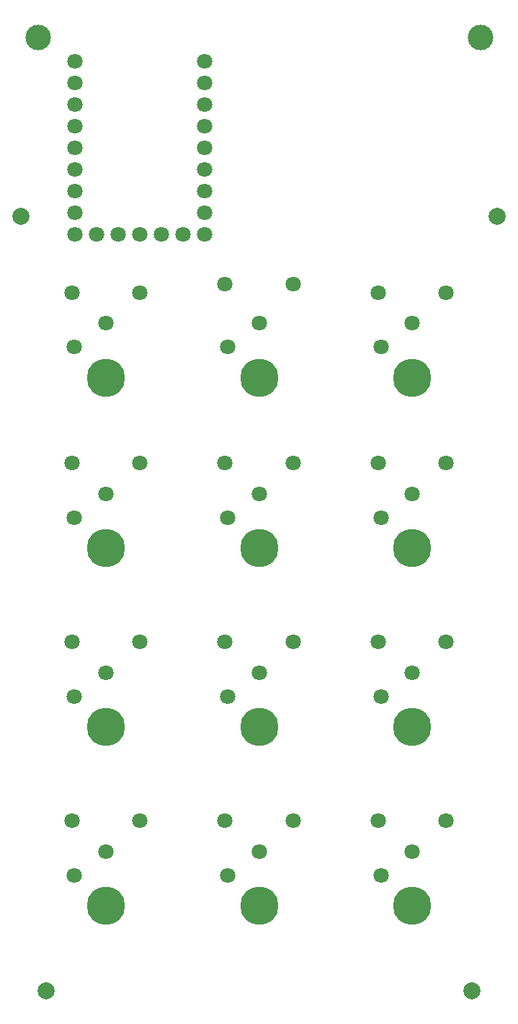
<source format=gtl>
G04 Layer: TopLayer*
G04 EasyEDA v6.5.51, 2025-09-03 10:09:53*
G04 82822ffc499f437880ef7a522e439a80,3c8b1c4139ec4bbbaae9228842dbec63,10*
G04 Gerber Generator version 0.2*
G04 Scale: 100 percent, Rotated: No, Reflected: No *
G04 Dimensions in millimeters *
G04 leading zeros omitted , absolute positions ,4 integer and 5 decimal *
%FSLAX45Y45*%
%MOMM*%

%ADD10C,1.8000*%
%ADD11C,4.5000*%
%ADD12C,3.0000*%
%ADD13C,2.0000*%
%ADD14C,0.0145*%

%LPD*%
D10*
G01*
X1599996Y-9599980D03*
G01*
X799998Y-9599980D03*
G01*
X3399993Y-9599980D03*
G01*
X2599994Y-9599980D03*
G01*
X5199989Y-9599980D03*
G01*
X4399991Y-9599980D03*
G01*
X1599996Y-7499985D03*
G01*
X799998Y-7499985D03*
G01*
X3399993Y-7499985D03*
G01*
X2599994Y-7499985D03*
G01*
X5199989Y-7499985D03*
G01*
X4399991Y-7499985D03*
G01*
X1599996Y-5399989D03*
G01*
X799998Y-5399989D03*
G01*
X3399993Y-5399989D03*
G01*
X2599994Y-5399989D03*
G01*
X5199989Y-5399989D03*
G01*
X4399991Y-5399989D03*
G01*
X1599996Y-3399993D03*
G01*
X799998Y-3399993D03*
G01*
X3399993Y-3299993D03*
G01*
X2599994Y-3299993D03*
G01*
X5199989Y-3399993D03*
G01*
X4399991Y-3399993D03*
G01*
X837996Y-684021D03*
G01*
X837996Y-938021D03*
G01*
X837996Y-1192021D03*
G01*
X837996Y-1446021D03*
G01*
X837996Y-1700021D03*
G01*
X837996Y-1954021D03*
G01*
X837996Y-2208021D03*
G01*
X837996Y-2462021D03*
G01*
X837996Y-2716021D03*
G01*
X1091996Y-2716021D03*
G01*
X2361996Y-938021D03*
G01*
X2107996Y-2716021D03*
G01*
X2361996Y-2716021D03*
G01*
X2361996Y-2462021D03*
G01*
X2361996Y-2208021D03*
G01*
X2361996Y-1954021D03*
G01*
X2361996Y-1700021D03*
G01*
X2361996Y-1446021D03*
G01*
X2361996Y-1192021D03*
G01*
X2361996Y-684021D03*
G01*
X1345996Y-2716021D03*
G01*
X1853996Y-2716021D03*
G01*
X1599996Y-2716021D03*
G01*
X1199997Y-3759987D03*
G01*
X829995Y-4039996D03*
D11*
G01*
X1199997Y-4399991D03*
D10*
G01*
X4799990Y-3759987D03*
G01*
X4429988Y-4039996D03*
D11*
G01*
X4799990Y-4399991D03*
D10*
G01*
X2999892Y-3760012D03*
G01*
X2629890Y-4040022D03*
D11*
G01*
X2999892Y-4400016D03*
D10*
G01*
X1199794Y-9959975D03*
G01*
X829792Y-10239984D03*
D11*
G01*
X1199794Y-10599978D03*
D10*
G01*
X2999892Y-9959975D03*
G01*
X2629890Y-10239984D03*
D11*
G01*
X2999892Y-10599978D03*
D10*
G01*
X4799990Y-9959975D03*
G01*
X4429988Y-10239984D03*
D11*
G01*
X4799990Y-10599978D03*
D10*
G01*
X1199794Y-7859903D03*
G01*
X829792Y-8139912D03*
D11*
G01*
X1199794Y-8499906D03*
D10*
G01*
X2999892Y-7859903D03*
G01*
X2629890Y-8139912D03*
D11*
G01*
X2999892Y-8499906D03*
D10*
G01*
X4799990Y-7859903D03*
G01*
X4429988Y-8139912D03*
D11*
G01*
X4799990Y-8499906D03*
D10*
G01*
X1199794Y-5760085D03*
G01*
X829792Y-6040094D03*
D11*
G01*
X1199794Y-6400088D03*
D10*
G01*
X2999892Y-5760085D03*
G01*
X2629890Y-6040094D03*
D11*
G01*
X2999892Y-6400088D03*
D10*
G01*
X4799990Y-5760085D03*
G01*
X4429988Y-6040094D03*
D11*
G01*
X4799990Y-6400088D03*
D12*
G01*
X399999Y-399999D03*
G01*
X5599988Y-399999D03*
D13*
G01*
X5499887Y-11600002D03*
G01*
X499897Y-11600002D03*
G01*
X5799988Y-2499995D03*
G01*
X199999Y-2499995D03*
M02*

</source>
